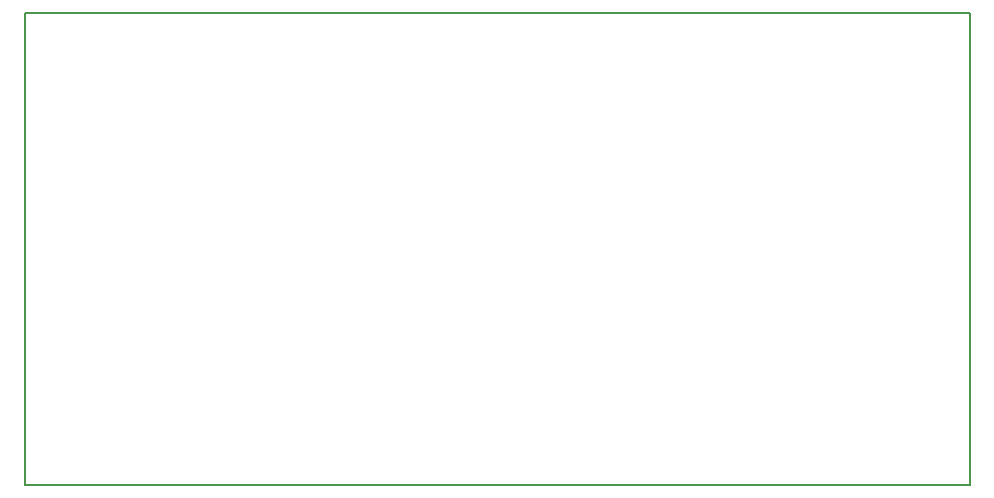
<source format=gko>
G04*
G04 #@! TF.GenerationSoftware,Altium Limited,Altium Designer,18.1.1 (9)*
G04*
G04 Layer_Color=16711935*
%FSLAX42Y42*%
%MOMM*%
G71*
G01*
G75*
%ADD80C,0.20*%
D80*
X0Y0D02*
X8000D01*
Y4000D01*
X0D02*
X8000D01*
X0Y0D02*
Y4000D01*
M02*

</source>
